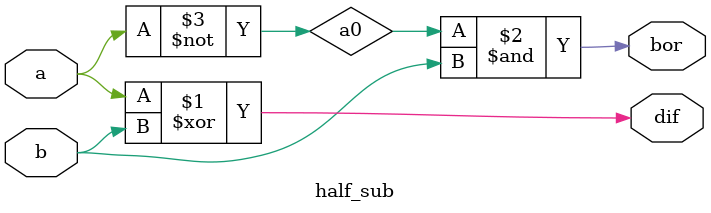
<source format=v>
module half_sub(a,b,dif,bor);
input a,b;
wire a0;
output dif,bor;
xor (dif,a,b);
not(a0,a);
and(bor,a0,b);
endmodule

</source>
